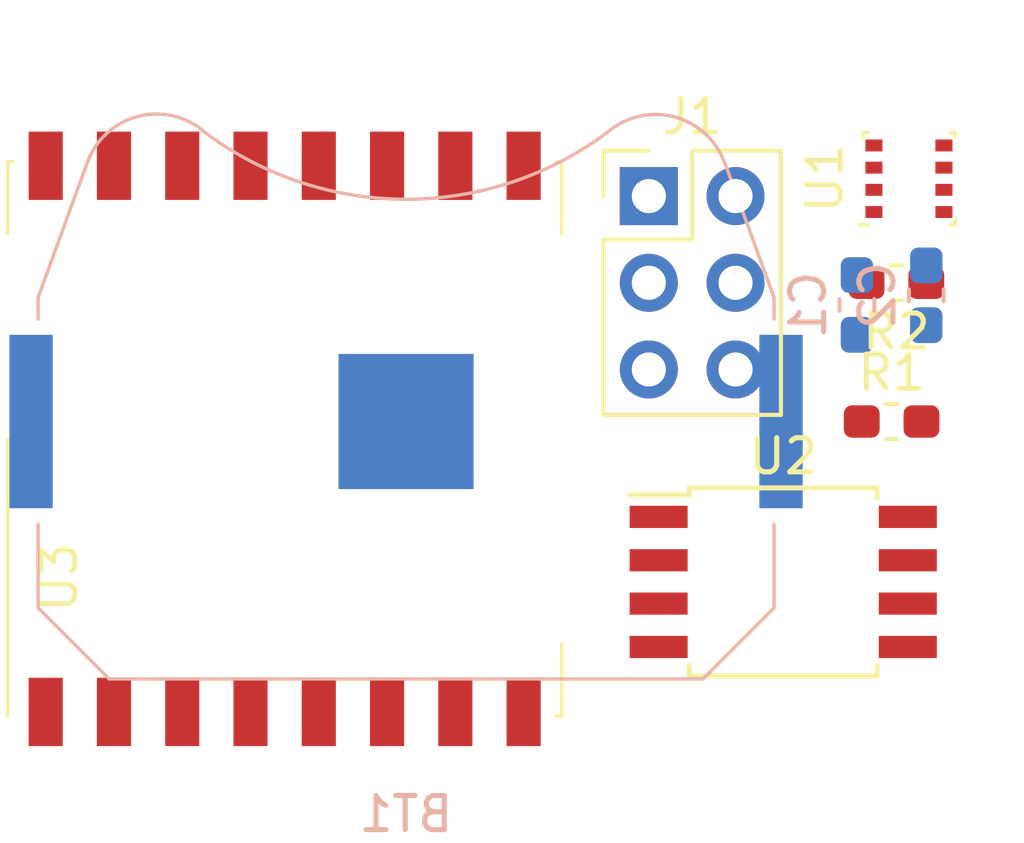
<source format=kicad_pcb>
(kicad_pcb (version 20171130) (host pcbnew 5.0.0+dfsg1-2)

  (general
    (thickness 1.6)
    (drawings 0)
    (tracks 0)
    (zones 0)
    (modules 9)
    (nets 17)
  )

  (page A4)
  (layers
    (0 F.Cu signal)
    (31 B.Cu signal)
    (32 B.Adhes user)
    (33 F.Adhes user)
    (34 B.Paste user)
    (35 F.Paste user)
    (36 B.SilkS user)
    (37 F.SilkS user)
    (38 B.Mask user)
    (39 F.Mask user)
    (40 Dwgs.User user)
    (41 Cmts.User user)
    (42 Eco1.User user)
    (43 Eco2.User user)
    (44 Edge.Cuts user)
    (45 Margin user)
    (46 B.CrtYd user)
    (47 F.CrtYd user)
    (48 B.Fab user)
    (49 F.Fab user)
  )

  (setup
    (last_trace_width 0.254)
    (trace_clearance 0.254)
    (zone_clearance 0.508)
    (zone_45_only no)
    (trace_min 0.1524)
    (segment_width 0.2)
    (edge_width 0.15)
    (via_size 0.762)
    (via_drill 0.381)
    (via_min_size 0.6858)
    (via_min_drill 0.3302)
    (uvia_size 0.3)
    (uvia_drill 0.1)
    (uvias_allowed no)
    (uvia_min_size 0.2)
    (uvia_min_drill 0.1)
    (pcb_text_width 0.3)
    (pcb_text_size 1.5 1.5)
    (mod_edge_width 0.15)
    (mod_text_size 1 1)
    (mod_text_width 0.15)
    (pad_size 1.524 1.524)
    (pad_drill 0.762)
    (pad_to_mask_clearance 0.0508)
    (aux_axis_origin 0 0)
    (visible_elements FFFFFF7F)
    (pcbplotparams
      (layerselection 0x010fc_ffffffff)
      (usegerberextensions false)
      (usegerberattributes false)
      (usegerberadvancedattributes false)
      (creategerberjobfile false)
      (excludeedgelayer true)
      (linewidth 0.100000)
      (plotframeref false)
      (viasonmask false)
      (mode 1)
      (useauxorigin false)
      (hpglpennumber 1)
      (hpglpenspeed 20)
      (hpglpendiameter 15.000000)
      (psnegative false)
      (psa4output false)
      (plotreference true)
      (plotvalue true)
      (plotinvisibletext false)
      (padsonsilk false)
      (subtractmaskfromsilk false)
      (outputformat 1)
      (mirror false)
      (drillshape 1)
      (scaleselection 1)
      (outputdirectory ""))
  )

  (net 0 "")
  (net 1 GND)
  (net 2 VCC)
  (net 3 /MISO)
  (net 4 /SCK)
  (net 5 /MOSI)
  (net 6 /AtTiny_Reset)
  (net 7 /CS)
  (net 8 /NSS)
  (net 9 "Net-(U3-Pad6)")
  (net 10 "Net-(U3-Pad7)")
  (net 11 "Net-(U3-Pad9)")
  (net 12 "Net-(U3-Pad11)")
  (net 13 "Net-(U3-Pad12)")
  (net 14 "Net-(U3-Pad14)")
  (net 15 "Net-(U3-Pad15)")
  (net 16 "Net-(U3-Pad16)")

  (net_class Default "This is the default net class."
    (clearance 0.254)
    (trace_width 0.254)
    (via_dia 0.762)
    (via_drill 0.381)
    (uvia_dia 0.3)
    (uvia_drill 0.1)
    (add_net /AtTiny_Reset)
    (add_net /CS)
    (add_net /MISO)
    (add_net /MOSI)
    (add_net /NSS)
    (add_net /SCK)
    (add_net GND)
    (add_net "Net-(U3-Pad11)")
    (add_net "Net-(U3-Pad12)")
    (add_net "Net-(U3-Pad14)")
    (add_net "Net-(U3-Pad15)")
    (add_net "Net-(U3-Pad16)")
    (add_net "Net-(U3-Pad6)")
    (add_net "Net-(U3-Pad7)")
    (add_net "Net-(U3-Pad9)")
    (add_net VCC)
  )

  (module Battery:BatteryHolder_Keystone_3034_1x20mm (layer B.Cu) (tedit 595D9565) (tstamp 5BE9F554)
    (at 143.256 77.216)
    (descr "Keystone 3034 SMD battery holder for 2020, 2025 and 2032 coincell batteries. http://www.keyelco.com/product-pdf.cfm?p=798")
    (tags "Keystone type 3034 coin cell retainer")
    (path /5BE78F9D)
    (attr smd)
    (fp_text reference BT1 (at 0 11.5) (layer B.SilkS)
      (effects (font (size 1 1) (thickness 0.15)) (justify mirror))
    )
    (fp_text value Battery_Cell (at 0 -11.5) (layer B.Fab)
      (effects (font (size 1 1) (thickness 0.15)) (justify mirror))
    )
    (fp_text user %R (at 0 2.9) (layer B.Fab)
      (effects (font (size 1 1) (thickness 0.15)) (justify mirror))
    )
    (fp_circle (center 0 0) (end 0 -10.25) (layer Dwgs.User) (width 0.15))
    (fp_arc (start 0 -16.36) (end 6 -8.55) (angle 75.1) (layer B.SilkS) (width 0.1))
    (fp_arc (start -7.31 -6.85) (end -9.34 -7.58) (angle 107.5) (layer B.SilkS) (width 0.1))
    (fp_line (start -10.78 -3.63) (end -9.34 -7.58) (layer B.SilkS) (width 0.1))
    (fp_line (start -8.7 7.54) (end -10.78 5.46) (layer B.SilkS) (width 0.1))
    (fp_line (start 8.7 7.54) (end -8.7 7.54) (layer B.SilkS) (width 0.1))
    (fp_line (start 8.7 7.54) (end 10.78 5.46) (layer B.SilkS) (width 0.1))
    (fp_line (start 10.78 -3.63) (end 9.34 -7.58) (layer B.SilkS) (width 0.1))
    (fp_arc (start 7.31 -6.85) (end 6 -8.55) (angle 107.5) (layer B.SilkS) (width 0.1))
    (fp_line (start -10.78 5.46) (end -10.78 3) (layer B.SilkS) (width 0.1))
    (fp_line (start -10.78 -3) (end -10.78 -3.63) (layer B.SilkS) (width 0.1))
    (fp_line (start 10.78 5.46) (end 10.78 3) (layer B.SilkS) (width 0.1))
    (fp_line (start 10.78 -3) (end 10.78 -3.63) (layer B.SilkS) (width 0.1))
    (fp_line (start -9.19 -7.53) (end -10.63 -3.6) (layer B.Fab) (width 0.1))
    (fp_line (start -10.63 -3.6) (end -10.63 5.4) (layer B.Fab) (width 0.1))
    (fp_line (start -10.63 5.4) (end -8.64 7.39) (layer B.Fab) (width 0.1))
    (fp_line (start -8.64 7.39) (end 8.64 7.39) (layer B.Fab) (width 0.1))
    (fp_line (start 8.64 7.39) (end 10.63 5.4) (layer B.Fab) (width 0.1))
    (fp_line (start 10.63 5.4) (end 10.63 -3.6) (layer B.Fab) (width 0.1))
    (fp_line (start 10.63 -3.6) (end 9.19 -7.53) (layer B.Fab) (width 0.1))
    (fp_arc (start 7.31 -6.85) (end 6.1 -8.43) (angle 107.5) (layer B.Fab) (width 0.1))
    (fp_arc (start 0 -16.36) (end 6.1 -8.43) (angle 75.1) (layer B.Fab) (width 0.1))
    (fp_arc (start -7.31 -6.85) (end -9.19 -7.53) (angle 107.5) (layer B.Fab) (width 0.1))
    (fp_line (start 11.87 2.79) (end 10.88 2.79) (layer B.CrtYd) (width 0.05))
    (fp_line (start 10.88 2.79) (end 10.88 5.5) (layer B.CrtYd) (width 0.05))
    (fp_line (start 10.88 5.5) (end 8.74 7.64) (layer B.CrtYd) (width 0.05))
    (fp_line (start 8.74 7.64) (end 7.2 7.64) (layer B.CrtYd) (width 0.05))
    (fp_arc (start 0 0) (end 7.2 7.64) (angle 86.6) (layer B.CrtYd) (width 0.05))
    (fp_line (start -7.2 7.64) (end -8.74 7.64) (layer B.CrtYd) (width 0.05))
    (fp_line (start -8.74 7.64) (end -10.88 5.5) (layer B.CrtYd) (width 0.05))
    (fp_line (start -10.88 5.5) (end -10.88 2.79) (layer B.CrtYd) (width 0.05))
    (fp_line (start -10.88 2.79) (end -11.87 2.79) (layer B.CrtYd) (width 0.05))
    (fp_line (start -11.87 2.79) (end -11.87 -2.79) (layer B.CrtYd) (width 0.05))
    (fp_line (start -11.87 -2.79) (end -10.88 -2.79) (layer B.CrtYd) (width 0.05))
    (fp_line (start -10.88 -2.79) (end -10.88 -3.64) (layer B.CrtYd) (width 0.05))
    (fp_line (start -10.88 -3.64) (end -9.44 -7.62) (layer B.CrtYd) (width 0.05))
    (fp_arc (start -7.31 -6.85) (end -9.43 -7.62) (angle 106.9) (layer B.CrtYd) (width 0.05))
    (fp_arc (start 0 0) (end -5.96 -8.64) (angle 69.1) (layer B.CrtYd) (width 0.05))
    (fp_arc (start 7.31 -6.85) (end 5.96 -8.64) (angle 106.9) (layer B.CrtYd) (width 0.05))
    (fp_line (start 9.43 -7.63) (end 10.88 -3.64) (layer B.CrtYd) (width 0.05))
    (fp_line (start 10.88 -3.64) (end 10.88 -2.79) (layer B.CrtYd) (width 0.05))
    (fp_line (start 10.88 -2.79) (end 11.87 -2.79) (layer B.CrtYd) (width 0.05))
    (fp_line (start 11.87 -2.79) (end 11.87 2.79) (layer B.CrtYd) (width 0.05))
    (pad 2 smd rect (at 0 0) (size 3.96 3.96) (layers B.Cu B.Paste B.Mask)
      (net 1 GND))
    (pad 1 smd rect (at 10.985 0) (size 1.27 5.08) (layers B.Cu B.Paste B.Mask)
      (net 2 VCC))
    (pad 1 smd rect (at -10.985 0) (size 1.27 5.08) (layers B.Cu B.Paste B.Mask)
      (net 2 VCC))
    (model ${KISYS3DMOD}/Battery.3dshapes/BatteryHolder_Keystone_3034_1x20mm.wrl
      (at (xyz 0 0 0))
      (scale (xyz 1 1 1))
      (rotate (xyz 0 0 0))
    )
  )

  (module Capacitor_SMD:C_0603_1608Metric_Pad1.05x0.95mm_HandSolder (layer B.Cu) (tedit 5B301BBE) (tstamp 5BE9F565)
    (at 156.464 73.801 270)
    (descr "Capacitor SMD 0603 (1608 Metric), square (rectangular) end terminal, IPC_7351 nominal with elongated pad for handsoldering. (Body size source: http://www.tortai-tech.com/upload/download/2011102023233369053.pdf), generated with kicad-footprint-generator")
    (tags "capacitor handsolder")
    (path /5BE788B5)
    (attr smd)
    (fp_text reference C1 (at 0 1.43 270) (layer B.SilkS)
      (effects (font (size 1 1) (thickness 0.15)) (justify mirror))
    )
    (fp_text value 0.1uF (at 0 -1.43 270) (layer B.Fab)
      (effects (font (size 1 1) (thickness 0.15)) (justify mirror))
    )
    (fp_text user %R (at 0 0 270) (layer B.Fab)
      (effects (font (size 0.4 0.4) (thickness 0.06)) (justify mirror))
    )
    (fp_line (start 1.65 -0.73) (end -1.65 -0.73) (layer B.CrtYd) (width 0.05))
    (fp_line (start 1.65 0.73) (end 1.65 -0.73) (layer B.CrtYd) (width 0.05))
    (fp_line (start -1.65 0.73) (end 1.65 0.73) (layer B.CrtYd) (width 0.05))
    (fp_line (start -1.65 -0.73) (end -1.65 0.73) (layer B.CrtYd) (width 0.05))
    (fp_line (start -0.171267 -0.51) (end 0.171267 -0.51) (layer B.SilkS) (width 0.12))
    (fp_line (start -0.171267 0.51) (end 0.171267 0.51) (layer B.SilkS) (width 0.12))
    (fp_line (start 0.8 -0.4) (end -0.8 -0.4) (layer B.Fab) (width 0.1))
    (fp_line (start 0.8 0.4) (end 0.8 -0.4) (layer B.Fab) (width 0.1))
    (fp_line (start -0.8 0.4) (end 0.8 0.4) (layer B.Fab) (width 0.1))
    (fp_line (start -0.8 -0.4) (end -0.8 0.4) (layer B.Fab) (width 0.1))
    (pad 2 smd roundrect (at 0.875 0 270) (size 1.05 0.95) (layers B.Cu B.Paste B.Mask) (roundrect_rratio 0.25)
      (net 1 GND))
    (pad 1 smd roundrect (at -0.875 0 270) (size 1.05 0.95) (layers B.Cu B.Paste B.Mask) (roundrect_rratio 0.25)
      (net 2 VCC))
    (model ${KISYS3DMOD}/Capacitor_SMD.3dshapes/C_0603_1608Metric.wrl
      (at (xyz 0 0 0))
      (scale (xyz 1 1 1))
      (rotate (xyz 0 0 0))
    )
  )

  (module Capacitor_SMD:C_0603_1608Metric_Pad1.05x0.95mm_HandSolder (layer B.Cu) (tedit 5B301BBE) (tstamp 5BEA08B3)
    (at 158.496 73.519 270)
    (descr "Capacitor SMD 0603 (1608 Metric), square (rectangular) end terminal, IPC_7351 nominal with elongated pad for handsoldering. (Body size source: http://www.tortai-tech.com/upload/download/2011102023233369053.pdf), generated with kicad-footprint-generator")
    (tags "capacitor handsolder")
    (path /5BE786C7)
    (attr smd)
    (fp_text reference C2 (at 0 1.43 270) (layer B.SilkS)
      (effects (font (size 1 1) (thickness 0.15)) (justify mirror))
    )
    (fp_text value 0.1uF (at 0 -1.43 270) (layer B.Fab)
      (effects (font (size 1 1) (thickness 0.15)) (justify mirror))
    )
    (fp_line (start -0.8 -0.4) (end -0.8 0.4) (layer B.Fab) (width 0.1))
    (fp_line (start -0.8 0.4) (end 0.8 0.4) (layer B.Fab) (width 0.1))
    (fp_line (start 0.8 0.4) (end 0.8 -0.4) (layer B.Fab) (width 0.1))
    (fp_line (start 0.8 -0.4) (end -0.8 -0.4) (layer B.Fab) (width 0.1))
    (fp_line (start -0.171267 0.51) (end 0.171267 0.51) (layer B.SilkS) (width 0.12))
    (fp_line (start -0.171267 -0.51) (end 0.171267 -0.51) (layer B.SilkS) (width 0.12))
    (fp_line (start -1.65 -0.73) (end -1.65 0.73) (layer B.CrtYd) (width 0.05))
    (fp_line (start -1.65 0.73) (end 1.65 0.73) (layer B.CrtYd) (width 0.05))
    (fp_line (start 1.65 0.73) (end 1.65 -0.73) (layer B.CrtYd) (width 0.05))
    (fp_line (start 1.65 -0.73) (end -1.65 -0.73) (layer B.CrtYd) (width 0.05))
    (fp_text user %R (at 0 0 270) (layer B.Fab)
      (effects (font (size 0.4 0.4) (thickness 0.06)) (justify mirror))
    )
    (pad 1 smd roundrect (at -0.875 0 270) (size 1.05 0.95) (layers B.Cu B.Paste B.Mask) (roundrect_rratio 0.25)
      (net 2 VCC))
    (pad 2 smd roundrect (at 0.875 0 270) (size 1.05 0.95) (layers B.Cu B.Paste B.Mask) (roundrect_rratio 0.25)
      (net 1 GND))
    (model ${KISYS3DMOD}/Capacitor_SMD.3dshapes/C_0603_1608Metric.wrl
      (at (xyz 0 0 0))
      (scale (xyz 1 1 1))
      (rotate (xyz 0 0 0))
    )
  )

  (module Connector_PinHeader_2.54mm:PinHeader_2x03_P2.54mm_Vertical (layer F.Cu) (tedit 59FED5CC) (tstamp 5BE9F592)
    (at 150.368 70.612)
    (descr "Through hole straight pin header, 2x03, 2.54mm pitch, double rows")
    (tags "Through hole pin header THT 2x03 2.54mm double row")
    (path /5BE8FBF4)
    (fp_text reference J1 (at 1.27 -2.33) (layer F.SilkS)
      (effects (font (size 1 1) (thickness 0.15)))
    )
    (fp_text value SPI (at 1.27 7.41) (layer F.Fab)
      (effects (font (size 1 1) (thickness 0.15)))
    )
    (fp_line (start 0 -1.27) (end 3.81 -1.27) (layer F.Fab) (width 0.1))
    (fp_line (start 3.81 -1.27) (end 3.81 6.35) (layer F.Fab) (width 0.1))
    (fp_line (start 3.81 6.35) (end -1.27 6.35) (layer F.Fab) (width 0.1))
    (fp_line (start -1.27 6.35) (end -1.27 0) (layer F.Fab) (width 0.1))
    (fp_line (start -1.27 0) (end 0 -1.27) (layer F.Fab) (width 0.1))
    (fp_line (start -1.33 6.41) (end 3.87 6.41) (layer F.SilkS) (width 0.12))
    (fp_line (start -1.33 1.27) (end -1.33 6.41) (layer F.SilkS) (width 0.12))
    (fp_line (start 3.87 -1.33) (end 3.87 6.41) (layer F.SilkS) (width 0.12))
    (fp_line (start -1.33 1.27) (end 1.27 1.27) (layer F.SilkS) (width 0.12))
    (fp_line (start 1.27 1.27) (end 1.27 -1.33) (layer F.SilkS) (width 0.12))
    (fp_line (start 1.27 -1.33) (end 3.87 -1.33) (layer F.SilkS) (width 0.12))
    (fp_line (start -1.33 0) (end -1.33 -1.33) (layer F.SilkS) (width 0.12))
    (fp_line (start -1.33 -1.33) (end 0 -1.33) (layer F.SilkS) (width 0.12))
    (fp_line (start -1.8 -1.8) (end -1.8 6.85) (layer F.CrtYd) (width 0.05))
    (fp_line (start -1.8 6.85) (end 4.35 6.85) (layer F.CrtYd) (width 0.05))
    (fp_line (start 4.35 6.85) (end 4.35 -1.8) (layer F.CrtYd) (width 0.05))
    (fp_line (start 4.35 -1.8) (end -1.8 -1.8) (layer F.CrtYd) (width 0.05))
    (fp_text user %R (at 1.27 2.54 90) (layer F.Fab)
      (effects (font (size 1 1) (thickness 0.15)))
    )
    (pad 1 thru_hole rect (at 0 0) (size 1.7 1.7) (drill 1) (layers *.Cu *.Mask)
      (net 3 /MISO))
    (pad 2 thru_hole oval (at 2.54 0) (size 1.7 1.7) (drill 1) (layers *.Cu *.Mask)
      (net 2 VCC))
    (pad 3 thru_hole oval (at 0 2.54) (size 1.7 1.7) (drill 1) (layers *.Cu *.Mask)
      (net 4 /SCK))
    (pad 4 thru_hole oval (at 2.54 2.54) (size 1.7 1.7) (drill 1) (layers *.Cu *.Mask)
      (net 5 /MOSI))
    (pad 5 thru_hole oval (at 0 5.08) (size 1.7 1.7) (drill 1) (layers *.Cu *.Mask)
      (net 6 /AtTiny_Reset))
    (pad 6 thru_hole oval (at 2.54 5.08) (size 1.7 1.7) (drill 1) (layers *.Cu *.Mask)
      (net 1 GND))
    (model ${KISYS3DMOD}/Connector_PinHeader_2.54mm.3dshapes/PinHeader_2x03_P2.54mm_Vertical.wrl
      (at (xyz 0 0 0))
      (scale (xyz 1 1 1))
      (rotate (xyz 0 0 0))
    )
  )

  (module Resistor_SMD:R_0603_1608Metric_Pad1.05x0.95mm_HandSolder (layer F.Cu) (tedit 5B301BBD) (tstamp 5BEA02B2)
    (at 157.48 77.216)
    (descr "Resistor SMD 0603 (1608 Metric), square (rectangular) end terminal, IPC_7351 nominal with elongated pad for handsoldering. (Body size source: http://www.tortai-tech.com/upload/download/2011102023233369053.pdf), generated with kicad-footprint-generator")
    (tags "resistor handsolder")
    (path /5BE779DD)
    (attr smd)
    (fp_text reference R1 (at 0 -1.43) (layer F.SilkS)
      (effects (font (size 1 1) (thickness 0.15)))
    )
    (fp_text value 4.7k (at 0 1.43) (layer F.Fab)
      (effects (font (size 1 1) (thickness 0.15)))
    )
    (fp_line (start -0.8 0.4) (end -0.8 -0.4) (layer F.Fab) (width 0.1))
    (fp_line (start -0.8 -0.4) (end 0.8 -0.4) (layer F.Fab) (width 0.1))
    (fp_line (start 0.8 -0.4) (end 0.8 0.4) (layer F.Fab) (width 0.1))
    (fp_line (start 0.8 0.4) (end -0.8 0.4) (layer F.Fab) (width 0.1))
    (fp_line (start -0.171267 -0.51) (end 0.171267 -0.51) (layer F.SilkS) (width 0.12))
    (fp_line (start -0.171267 0.51) (end 0.171267 0.51) (layer F.SilkS) (width 0.12))
    (fp_line (start -1.65 0.73) (end -1.65 -0.73) (layer F.CrtYd) (width 0.05))
    (fp_line (start -1.65 -0.73) (end 1.65 -0.73) (layer F.CrtYd) (width 0.05))
    (fp_line (start 1.65 -0.73) (end 1.65 0.73) (layer F.CrtYd) (width 0.05))
    (fp_line (start 1.65 0.73) (end -1.65 0.73) (layer F.CrtYd) (width 0.05))
    (fp_text user %R (at 0 0) (layer F.Fab)
      (effects (font (size 0.4 0.4) (thickness 0.06)))
    )
    (pad 1 smd roundrect (at -0.875 0) (size 1.05 0.95) (layers F.Cu F.Paste F.Mask) (roundrect_rratio 0.25)
      (net 7 /CS))
    (pad 2 smd roundrect (at 0.875 0) (size 1.05 0.95) (layers F.Cu F.Paste F.Mask) (roundrect_rratio 0.25)
      (net 2 VCC))
    (model ${KISYS3DMOD}/Resistor_SMD.3dshapes/R_0603_1608Metric.wrl
      (at (xyz 0 0 0))
      (scale (xyz 1 1 1))
      (rotate (xyz 0 0 0))
    )
  )

  (module Resistor_SMD:R_0603_1608Metric_Pad1.05x0.95mm_HandSolder (layer F.Cu) (tedit 5B301BBD) (tstamp 5BE9F5B4)
    (at 157.621 73.152 180)
    (descr "Resistor SMD 0603 (1608 Metric), square (rectangular) end terminal, IPC_7351 nominal with elongated pad for handsoldering. (Body size source: http://www.tortai-tech.com/upload/download/2011102023233369053.pdf), generated with kicad-footprint-generator")
    (tags "resistor handsolder")
    (path /5BE88963)
    (attr smd)
    (fp_text reference R2 (at 0 -1.43 180) (layer F.SilkS)
      (effects (font (size 1 1) (thickness 0.15)))
    )
    (fp_text value 4.7k (at 0 1.43 180) (layer F.Fab)
      (effects (font (size 1 1) (thickness 0.15)))
    )
    (fp_text user %R (at 0 0 180) (layer F.Fab)
      (effects (font (size 0.4 0.4) (thickness 0.06)))
    )
    (fp_line (start 1.65 0.73) (end -1.65 0.73) (layer F.CrtYd) (width 0.05))
    (fp_line (start 1.65 -0.73) (end 1.65 0.73) (layer F.CrtYd) (width 0.05))
    (fp_line (start -1.65 -0.73) (end 1.65 -0.73) (layer F.CrtYd) (width 0.05))
    (fp_line (start -1.65 0.73) (end -1.65 -0.73) (layer F.CrtYd) (width 0.05))
    (fp_line (start -0.171267 0.51) (end 0.171267 0.51) (layer F.SilkS) (width 0.12))
    (fp_line (start -0.171267 -0.51) (end 0.171267 -0.51) (layer F.SilkS) (width 0.12))
    (fp_line (start 0.8 0.4) (end -0.8 0.4) (layer F.Fab) (width 0.1))
    (fp_line (start 0.8 -0.4) (end 0.8 0.4) (layer F.Fab) (width 0.1))
    (fp_line (start -0.8 -0.4) (end 0.8 -0.4) (layer F.Fab) (width 0.1))
    (fp_line (start -0.8 0.4) (end -0.8 -0.4) (layer F.Fab) (width 0.1))
    (pad 2 smd roundrect (at 0.875 0 180) (size 1.05 0.95) (layers F.Cu F.Paste F.Mask) (roundrect_rratio 0.25)
      (net 2 VCC))
    (pad 1 smd roundrect (at -0.875 0 180) (size 1.05 0.95) (layers F.Cu F.Paste F.Mask) (roundrect_rratio 0.25)
      (net 8 /NSS))
    (model ${KISYS3DMOD}/Resistor_SMD.3dshapes/R_0603_1608Metric.wrl
      (at (xyz 0 0 0))
      (scale (xyz 1 1 1))
      (rotate (xyz 0 0 0))
    )
  )

  (module Package_LGA:Bosch_LGA-8_2.5x2.5mm_P0.65mm_ClockwisePinNumbering (layer F.Cu) (tedit 5A0FA816) (tstamp 5BE9F5D1)
    (at 157.988 70.104 90)
    (descr LGA-8)
    (tags "lga land grid array")
    (path /5BE45902)
    (attr smd)
    (fp_text reference U1 (at 0.015 -2.465 90) (layer F.SilkS)
      (effects (font (size 1 1) (thickness 0.15)))
    )
    (fp_text value BME280 (at 0.015 2.535 90) (layer F.Fab)
      (effects (font (size 1 1) (thickness 0.15)))
    )
    (fp_text user %R (at 0 0 270) (layer F.Fab)
      (effects (font (size 0.5 0.5) (thickness 0.075)))
    )
    (fp_line (start -1.35 1.36) (end -1.2 1.36) (layer F.SilkS) (width 0.1))
    (fp_line (start -1.25 -0.5) (end -0.5 -1.25) (layer F.Fab) (width 0.1))
    (fp_line (start -1.35 1.35) (end -1.35 1.2) (layer F.SilkS) (width 0.1))
    (fp_line (start 1.35 1.35) (end 1.35 1.2) (layer F.SilkS) (width 0.1))
    (fp_line (start 1.35 1.35) (end 1.2 1.35) (layer F.SilkS) (width 0.1))
    (fp_line (start 1.2 -1.35) (end 1.35 -1.35) (layer F.SilkS) (width 0.1))
    (fp_line (start 1.35 -1.35) (end 1.35 -1.2) (layer F.SilkS) (width 0.1))
    (fp_line (start -1.35 -1.2) (end -1.35 -1.45) (layer F.SilkS) (width 0.1))
    (fp_line (start -1.25 1.25) (end -1.25 -0.5) (layer F.Fab) (width 0.1))
    (fp_line (start -0.5 -1.25) (end 1.25 -1.25) (layer F.Fab) (width 0.1))
    (fp_line (start 1.25 -1.25) (end 1.25 1.25) (layer F.Fab) (width 0.1))
    (fp_line (start 1.25 1.25) (end -1.25 1.25) (layer F.Fab) (width 0.1))
    (fp_line (start -1.41 1.54) (end -1.41 -1.54) (layer F.CrtYd) (width 0.05))
    (fp_line (start -1.41 -1.54) (end 1.41 -1.54) (layer F.CrtYd) (width 0.05))
    (fp_line (start 1.41 -1.54) (end 1.41 1.54) (layer F.CrtYd) (width 0.05))
    (fp_line (start 1.41 1.54) (end -1.41 1.54) (layer F.CrtYd) (width 0.05))
    (pad 4 smd rect (at 0.975 -1.025 180) (size 0.5 0.35) (layers F.Cu F.Paste F.Mask)
      (net 4 /SCK))
    (pad 3 smd rect (at 0.325 -1.025 180) (size 0.5 0.35) (layers F.Cu F.Paste F.Mask)
      (net 5 /MOSI))
    (pad 2 smd rect (at -0.325 -1.025 180) (size 0.5 0.35) (layers F.Cu F.Paste F.Mask)
      (net 7 /CS))
    (pad 1 smd rect (at -0.975 -1.025 180) (size 0.5 0.35) (layers F.Cu F.Paste F.Mask)
      (net 1 GND))
    (pad 8 smd rect (at -0.975 1.025 180) (size 0.5 0.35) (layers F.Cu F.Paste F.Mask)
      (net 2 VCC))
    (pad 7 smd rect (at -0.325 1.025 180) (size 0.5 0.35) (layers F.Cu F.Paste F.Mask)
      (net 1 GND))
    (pad 6 smd rect (at 0.325 1.025 180) (size 0.5 0.35) (layers F.Cu F.Paste F.Mask)
      (net 2 VCC))
    (pad 5 smd rect (at 0.975 1.025 180) (size 0.5 0.35) (layers F.Cu F.Paste F.Mask)
      (net 3 /MISO))
    (model ${KISYS3DMOD}/Package_LGA.3dshapes/Bosch_LGA-8_2.5x2.5mm_P0.65mm_ClockwisePinNumbering.wrl
      (offset (xyz 0.01500000025472259 -0.03500000059435272 0))
      (scale (xyz 1 1 1))
      (rotate (xyz 0 0 0))
    )
  )

  (module Package_SO:SOIJ-8_5.3x5.3mm_P1.27mm (layer F.Cu) (tedit 5A02F2D3) (tstamp 5BEA01FA)
    (at 154.305 81.915)
    (descr "8-Lead Plastic Small Outline (SM) - Medium, 5.28 mm Body [SOIC] (see Microchip Packaging Specification 00000049BS.pdf)")
    (tags "SOIC 1.27")
    (path /5BE763EE)
    (attr smd)
    (fp_text reference U2 (at 0 -3.68) (layer F.SilkS)
      (effects (font (size 1 1) (thickness 0.15)))
    )
    (fp_text value ATtiny85-20SU (at 0 3.68) (layer F.Fab)
      (effects (font (size 1 1) (thickness 0.15)))
    )
    (fp_text user %R (at 0 0) (layer F.Fab)
      (effects (font (size 1 1) (thickness 0.15)))
    )
    (fp_line (start -1.65 -2.65) (end 2.65 -2.65) (layer F.Fab) (width 0.15))
    (fp_line (start 2.65 -2.65) (end 2.65 2.65) (layer F.Fab) (width 0.15))
    (fp_line (start 2.65 2.65) (end -2.65 2.65) (layer F.Fab) (width 0.15))
    (fp_line (start -2.65 2.65) (end -2.65 -1.65) (layer F.Fab) (width 0.15))
    (fp_line (start -2.65 -1.65) (end -1.65 -2.65) (layer F.Fab) (width 0.15))
    (fp_line (start -4.75 -2.95) (end -4.75 2.95) (layer F.CrtYd) (width 0.05))
    (fp_line (start 4.75 -2.95) (end 4.75 2.95) (layer F.CrtYd) (width 0.05))
    (fp_line (start -4.75 -2.95) (end 4.75 -2.95) (layer F.CrtYd) (width 0.05))
    (fp_line (start -4.75 2.95) (end 4.75 2.95) (layer F.CrtYd) (width 0.05))
    (fp_line (start -2.75 -2.755) (end -2.75 -2.55) (layer F.SilkS) (width 0.15))
    (fp_line (start 2.75 -2.755) (end 2.75 -2.455) (layer F.SilkS) (width 0.15))
    (fp_line (start 2.75 2.755) (end 2.75 2.455) (layer F.SilkS) (width 0.15))
    (fp_line (start -2.75 2.755) (end -2.75 2.455) (layer F.SilkS) (width 0.15))
    (fp_line (start -2.75 -2.755) (end 2.75 -2.755) (layer F.SilkS) (width 0.15))
    (fp_line (start -2.75 2.755) (end 2.75 2.755) (layer F.SilkS) (width 0.15))
    (fp_line (start -2.75 -2.55) (end -4.5 -2.55) (layer F.SilkS) (width 0.15))
    (pad 1 smd rect (at -3.65 -1.905) (size 1.7 0.65) (layers F.Cu F.Paste F.Mask)
      (net 6 /AtTiny_Reset))
    (pad 2 smd rect (at -3.65 -0.635) (size 1.7 0.65) (layers F.Cu F.Paste F.Mask)
      (net 7 /CS))
    (pad 3 smd rect (at -3.65 0.635) (size 1.7 0.65) (layers F.Cu F.Paste F.Mask)
      (net 8 /NSS))
    (pad 4 smd rect (at -3.65 1.905) (size 1.7 0.65) (layers F.Cu F.Paste F.Mask)
      (net 1 GND))
    (pad 5 smd rect (at 3.65 1.905) (size 1.7 0.65) (layers F.Cu F.Paste F.Mask)
      (net 3 /MISO))
    (pad 6 smd rect (at 3.65 0.635) (size 1.7 0.65) (layers F.Cu F.Paste F.Mask)
      (net 5 /MOSI))
    (pad 7 smd rect (at 3.65 -0.635) (size 1.7 0.65) (layers F.Cu F.Paste F.Mask)
      (net 4 /SCK))
    (pad 8 smd rect (at 3.65 -1.905) (size 1.7 0.65) (layers F.Cu F.Paste F.Mask)
      (net 2 VCC))
    (model ${KISYS3DMOD}/Package_SO.3dshapes/SOIJ-8_5.3x5.3mm_P1.27mm.wrl
      (at (xyz 0 0 0))
      (scale (xyz 1 1 1))
      (rotate (xyz 0 0 0))
    )
  )

  (module RF_Module:HOPERF_RFM9XW_SMD (layer F.Cu) (tedit 5A030172) (tstamp 5BE9F612)
    (at 139.7 77.724 90)
    (descr " Low Power Long Range Transceiver Module SMD-16 http://www.hoperf.com/upload/rf/RFM95_96_97_98W.pdf")
    (tags " Low Power Long Range Transceiver Module")
    (path /5BE4AF31)
    (attr smd)
    (fp_text reference U3 (at -4.064 -6.604 90) (layer F.SilkS)
      (effects (font (size 1 1) (thickness 0.15)))
    )
    (fp_text value RFM95W-868S2 (at 0 9.5 90) (layer F.Fab)
      (effects (font (size 1 1) (thickness 0.15)))
    )
    (fp_line (start -8 -8) (end 8 -8) (layer F.Fab) (width 0.12))
    (fp_line (start 8 8) (end 8 -8) (layer F.Fab) (width 0.12))
    (fp_line (start -8 8) (end 8 8) (layer F.Fab) (width 0.12))
    (fp_line (start -8 8) (end -8 -8) (layer F.Fab) (width 0.12))
    (fp_text user %R (at 0 0 90) (layer F.Fab)
      (effects (font (size 1 1) (thickness 0.15)))
    )
    (fp_line (start -8.12 -8.12) (end 0 -8.12) (layer F.SilkS) (width 0.1))
    (fp_line (start 6 8.12) (end 8.12 8.12) (layer F.SilkS) (width 0.1))
    (fp_line (start -9.45 -8.25) (end 9.45 -8.25) (layer F.CrtYd) (width 0.05))
    (fp_line (start 9.45 -8.25) (end 9.45 8.25) (layer F.CrtYd) (width 0.05))
    (fp_line (start -9.45 8.25) (end 9.45 8.25) (layer F.CrtYd) (width 0.05))
    (fp_line (start -9.45 8.25) (end -9.45 -8.25) (layer F.CrtYd) (width 0.05))
    (fp_line (start 8.12 8.12) (end 8.12 7.95) (layer F.SilkS) (width 0.1))
    (fp_line (start -8.12 8.12) (end -6 8.12) (layer F.SilkS) (width 0.1))
    (fp_line (start -8.12 8.12) (end -8.12 7.95) (layer F.SilkS) (width 0.1))
    (fp_line (start 6 -8.12) (end 8.12 -8.12) (layer F.SilkS) (width 0.1))
    (fp_line (start 8.12 -8.12) (end 8.12 -7.95) (layer F.SilkS) (width 0.1))
    (pad 1 smd rect (at -8 -7 90) (size 2 1) (layers F.Cu F.Paste F.Mask)
      (net 1 GND))
    (pad 2 smd rect (at -8 -5 90) (size 2 1) (layers F.Cu F.Paste F.Mask)
      (net 3 /MISO))
    (pad 3 smd rect (at -8 -3 90) (size 2 1) (layers F.Cu F.Paste F.Mask)
      (net 5 /MOSI))
    (pad 4 smd rect (at -8 -1 90) (size 2 1) (layers F.Cu F.Paste F.Mask)
      (net 4 /SCK))
    (pad 5 smd rect (at -8 1 90) (size 2 1) (layers F.Cu F.Paste F.Mask)
      (net 8 /NSS))
    (pad 6 smd rect (at -8 3 90) (size 2 1) (layers F.Cu F.Paste F.Mask)
      (net 9 "Net-(U3-Pad6)"))
    (pad 7 smd rect (at -8 5 90) (size 2 1) (layers F.Cu F.Paste F.Mask)
      (net 10 "Net-(U3-Pad7)"))
    (pad 8 smd rect (at -8 7 90) (size 2 1) (layers F.Cu F.Paste F.Mask)
      (net 1 GND))
    (pad 9 smd rect (at 8 7 90) (size 2 1) (layers F.Cu F.Paste F.Mask)
      (net 11 "Net-(U3-Pad9)"))
    (pad 10 smd rect (at 8 5 90) (size 2 1) (layers F.Cu F.Paste F.Mask)
      (net 1 GND))
    (pad 11 smd rect (at 8 3 90) (size 2 1) (layers F.Cu F.Paste F.Mask)
      (net 12 "Net-(U3-Pad11)"))
    (pad 12 smd rect (at 8 1 90) (size 2 1) (layers F.Cu F.Paste F.Mask)
      (net 13 "Net-(U3-Pad12)"))
    (pad 13 smd rect (at 8 -1 90) (size 2 1) (layers F.Cu F.Paste F.Mask)
      (net 2 VCC))
    (pad 14 smd rect (at 8 -3 90) (size 2 1) (layers F.Cu F.Paste F.Mask)
      (net 14 "Net-(U3-Pad14)"))
    (pad 15 smd rect (at 8 -5 90) (size 2 1) (layers F.Cu F.Paste F.Mask)
      (net 15 "Net-(U3-Pad15)"))
    (pad 16 smd rect (at 8 -7 90) (size 2 1) (layers F.Cu F.Paste F.Mask)
      (net 16 "Net-(U3-Pad16)"))
    (model ${KISYS3DMOD}/RF_Module.3dshapes/HOPERF_RFM9XW_SMD.wrl
      (at (xyz 0 0 0))
      (scale (xyz 1 1 1))
      (rotate (xyz 0 0 0))
    )
  )

)

</source>
